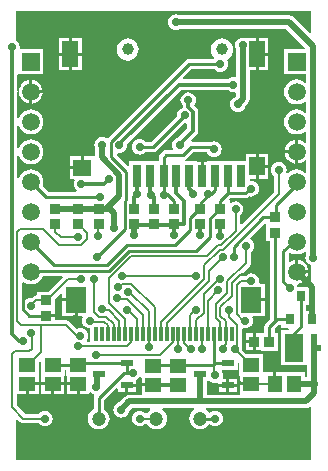
<source format=gtl>
G04*
G04 #@! TF.GenerationSoftware,Altium Limited,Altium Designer,19.1.8 (144)*
G04*
G04 Layer_Physical_Order=1*
G04 Layer_Color=255*
%FSLAX25Y25*%
%MOIN*%
G70*
G01*
G75*
%ADD10C,0.00984*%
%ADD13C,0.01000*%
%ADD36R,0.04134X0.02362*%
%ADD37R,0.05512X0.08661*%
%ADD38R,0.02756X0.07480*%
%ADD39R,0.06299X0.05512*%
%ADD40R,0.05512X0.06299*%
%ADD41R,0.03150X0.03543*%
%ADD42R,0.06299X0.09449*%
%ADD43R,0.02362X0.09449*%
%ADD44R,0.01181X0.05118*%
%ADD45R,0.07087X0.08661*%
%ADD46R,0.05512X0.05118*%
%ADD47R,0.05118X0.05512*%
%ADD48R,0.03740X0.03347*%
%ADD49R,0.03347X0.03740*%
%ADD50C,0.04724*%
%ADD51C,0.01181*%
%ADD52C,0.01968*%
%ADD53C,0.00800*%
%ADD54R,0.01378X0.01968*%
%ADD55C,0.03937*%
%ADD56R,0.05906X0.05906*%
%ADD57C,0.05906*%
%ADD58C,0.02756*%
G36*
X102328Y146276D02*
X101866Y146085D01*
X96509Y151442D01*
X95787Y151925D01*
X94935Y152094D01*
X94935Y152094D01*
X58437D01*
X58405Y152119D01*
X57778Y152379D01*
X57104Y152468D01*
X56432Y152379D01*
X55804Y152119D01*
X55266Y151706D01*
X54853Y151168D01*
X54593Y150540D01*
X54504Y149867D01*
X54593Y149194D01*
X54853Y148567D01*
X55266Y148029D01*
X55804Y147616D01*
X56432Y147356D01*
X57104Y147267D01*
X57778Y147356D01*
X58405Y147616D01*
X58437Y147640D01*
X94012D01*
X100386Y141267D01*
X100178Y140767D01*
X93288D01*
Y132462D01*
X100731D01*
Y129932D01*
X100231Y129708D01*
X99535Y130242D01*
X98525Y130660D01*
X97441Y130803D01*
X96357Y130660D01*
X95347Y130242D01*
X94479Y129576D01*
X93814Y128709D01*
X93395Y127698D01*
X93252Y126614D01*
X93395Y125530D01*
X93814Y124520D01*
X94479Y123652D01*
X95347Y122987D01*
X96357Y122568D01*
X97441Y122426D01*
X98525Y122568D01*
X99535Y122987D01*
X100231Y123520D01*
X100731Y123297D01*
Y119932D01*
X100231Y119708D01*
X99535Y120242D01*
X98525Y120660D01*
X97441Y120803D01*
X96357Y120660D01*
X95347Y120242D01*
X94479Y119576D01*
X93814Y118709D01*
X93395Y117698D01*
X93252Y116614D01*
X93395Y115530D01*
X93814Y114520D01*
X94479Y113652D01*
X95347Y112987D01*
X96357Y112568D01*
X97441Y112426D01*
X98525Y112568D01*
X99535Y112987D01*
X100231Y113520D01*
X100731Y113297D01*
Y109593D01*
X100426Y109490D01*
X100231Y109456D01*
X99434Y110067D01*
X98473Y110465D01*
X97941Y110535D01*
Y106614D01*
Y102693D01*
X98473Y102763D01*
X99434Y103162D01*
X100231Y103772D01*
X100426Y103739D01*
X100731Y103635D01*
Y99932D01*
X100231Y99708D01*
X99535Y100242D01*
X98525Y100660D01*
X97441Y100803D01*
X96357Y100660D01*
X95347Y100242D01*
X94479Y99576D01*
X94371Y99435D01*
X93934Y99687D01*
X94051Y99970D01*
X94140Y100643D01*
X94051Y101316D01*
X93791Y101943D01*
X93378Y102481D01*
X92840Y102894D01*
X92213Y103154D01*
X91540Y103243D01*
X90867Y103154D01*
X90240Y102894D01*
X89701Y102481D01*
X89288Y101943D01*
X89028Y101316D01*
X88939Y100643D01*
X89028Y99970D01*
X89288Y99343D01*
X89701Y98804D01*
X89908Y98645D01*
Y93227D01*
X79186Y82505D01*
X78724Y82697D01*
Y85521D01*
X78931Y85680D01*
X79345Y86218D01*
X79604Y86845D01*
X79693Y87518D01*
X79604Y88191D01*
X79345Y88818D01*
X78931Y89357D01*
X78393Y89770D01*
X77766Y90030D01*
X77093Y90118D01*
X76420Y90030D01*
X75793Y89770D01*
X75621Y89638D01*
X75121Y89885D01*
Y90472D01*
X75121D01*
X75028Y90697D01*
X75337Y91075D01*
X80293D01*
X80956Y91207D01*
X81519Y91582D01*
X81732Y91796D01*
X82283Y91723D01*
X82956Y91812D01*
X83583Y92072D01*
X84122Y92485D01*
X84535Y93023D01*
X84795Y93650D01*
X84884Y94323D01*
X84795Y94996D01*
X84535Y95623D01*
X84122Y96162D01*
X83583Y96575D01*
X82956Y96835D01*
X82283Y96924D01*
X82172Y96909D01*
X81806Y97301D01*
X81924Y97622D01*
X83752D01*
Y101772D01*
Y105921D01*
X80496D01*
Y103562D01*
X67698D01*
Y103362D01*
X66445D01*
Y98622D01*
X65445D01*
Y103362D01*
X64192D01*
Y103562D01*
X60483D01*
X60331Y104062D01*
X60656Y104279D01*
X62919Y106543D01*
X67480D01*
X67630Y106180D01*
X68043Y105642D01*
X68582Y105229D01*
X69209Y104969D01*
X69882Y104880D01*
X70555Y104969D01*
X71182Y105229D01*
X71720Y105642D01*
X72134Y106180D01*
X72393Y106807D01*
X72482Y107480D01*
X72393Y108153D01*
X72134Y108781D01*
X71720Y109319D01*
X71182Y109732D01*
X70555Y109992D01*
X69882Y110081D01*
X69209Y109992D01*
X69173Y109977D01*
X69094Y109993D01*
X62455D01*
X62248Y110493D01*
X64138Y112383D01*
X64138Y112383D01*
X64534Y112975D01*
X64673Y113674D01*
X64673Y113674D01*
Y117652D01*
X64673Y117652D01*
X64673Y117652D01*
Y119946D01*
X64673Y119946D01*
X64534Y120645D01*
X64138Y121237D01*
X64138Y121237D01*
X63280Y122095D01*
X63590Y122499D01*
X63850Y123126D01*
X63939Y123799D01*
X63850Y124472D01*
X63590Y125099D01*
X63177Y125638D01*
X62639Y126051D01*
X62012Y126311D01*
X61339Y126399D01*
X60666Y126311D01*
X60039Y126051D01*
X59500Y125638D01*
X59087Y125099D01*
X58827Y124472D01*
X58738Y123799D01*
X58827Y123126D01*
X59087Y122499D01*
X59500Y121961D01*
X59513Y121951D01*
Y121455D01*
X59513Y121455D01*
X59410Y121311D01*
X59406Y121311D01*
X58779Y121051D01*
X58240Y120638D01*
X57827Y120099D01*
X57567Y119472D01*
X57479Y118799D01*
X57497Y118658D01*
X48833Y109993D01*
X47004D01*
X46917Y110106D01*
X46379Y110520D01*
X45752Y110779D01*
X45079Y110868D01*
X44406Y110779D01*
X43779Y110520D01*
X43240Y110106D01*
X42827Y109568D01*
X42567Y108941D01*
X42479Y108268D01*
X42567Y107595D01*
X42827Y106968D01*
X43240Y106429D01*
X43779Y106016D01*
X44406Y105756D01*
X45079Y105668D01*
X45752Y105756D01*
X46379Y106016D01*
X46917Y106429D01*
X47004Y106543D01*
X49547D01*
X50207Y106674D01*
X50767Y107048D01*
X59937Y116218D01*
X60079Y116199D01*
X60522Y116257D01*
X61022Y115910D01*
Y114430D01*
X57954Y111363D01*
X57751Y111336D01*
X57124Y111076D01*
X56585Y110663D01*
X56172Y110124D01*
X55912Y109497D01*
X55823Y108824D01*
X55912Y108151D01*
X56089Y107724D01*
X55818Y107225D01*
X53924D01*
X53264Y107093D01*
X52704Y106719D01*
X51930Y105944D01*
X51556Y105385D01*
X51424Y104724D01*
Y103562D01*
X41713D01*
Y101984D01*
X41252Y101793D01*
X37556Y105488D01*
X37587Y105954D01*
X38001Y106275D01*
X38386Y106224D01*
X39059Y106313D01*
X39686Y106572D01*
X40224Y106986D01*
X40638Y107524D01*
X40897Y108151D01*
X40986Y108824D01*
X40934Y109218D01*
X58906Y127190D01*
X74529D01*
X74539Y127177D01*
X75078Y126764D01*
X75705Y126504D01*
X76378Y126416D01*
X76813Y126473D01*
X77313Y126122D01*
Y125265D01*
X76881Y124833D01*
X76558Y124699D01*
X76020Y124285D01*
X75606Y123747D01*
X75346Y123120D01*
X75258Y122447D01*
X75346Y121774D01*
X75606Y121147D01*
X76020Y120608D01*
X76558Y120195D01*
X77185Y119935D01*
X77858Y119847D01*
X78531Y119935D01*
X79158Y120195D01*
X79697Y120608D01*
X80110Y121147D01*
X80370Y121774D01*
X80407Y122060D01*
X81115Y122767D01*
X81115Y122767D01*
X81598Y123490D01*
X81767Y124342D01*
X81767Y124342D01*
Y133843D01*
X83752D01*
Y139173D01*
Y144504D01*
X80522D01*
X80200Y144637D01*
X79527Y144726D01*
X78854Y144637D01*
X78227Y144377D01*
X77689Y143964D01*
X77276Y143426D01*
X77016Y142799D01*
X76927Y142126D01*
X77016Y141453D01*
X77276Y140825D01*
X77313Y140777D01*
Y131909D01*
X76813Y131559D01*
X76378Y131616D01*
X75705Y131527D01*
X75078Y131268D01*
X74539Y130854D01*
X74529Y130841D01*
X59720D01*
X59529Y131303D01*
X62327Y134101D01*
X70121D01*
X70208Y133988D01*
X70747Y133575D01*
X71374Y133315D01*
X72047Y133227D01*
X72720Y133315D01*
X73347Y133575D01*
X73885Y133988D01*
X74299Y134527D01*
X74558Y135154D01*
X74647Y135827D01*
X74558Y136500D01*
X74299Y137127D01*
X74535Y137640D01*
X75175Y138132D01*
X75763Y138898D01*
X76133Y139790D01*
X76259Y140748D01*
X76133Y141706D01*
X75763Y142598D01*
X75175Y143364D01*
X74409Y143953D01*
X73517Y144322D01*
X72559Y144448D01*
X71601Y144322D01*
X70709Y143953D01*
X69943Y143364D01*
X69355Y142598D01*
X68985Y141706D01*
X68859Y140748D01*
X68985Y139790D01*
X69355Y138898D01*
X69943Y138132D01*
X70007Y138083D01*
X70026Y137993D01*
X69877Y137552D01*
X61612D01*
X60952Y137421D01*
X60392Y137047D01*
X34496Y111150D01*
X34038Y111074D01*
X33931Y111156D01*
X33304Y111416D01*
X32631Y111505D01*
X31958Y111416D01*
X31331Y111156D01*
X30792Y110743D01*
X30379Y110205D01*
X30119Y109577D01*
X30031Y108904D01*
X30119Y108231D01*
X30379Y107604D01*
X30404Y107572D01*
Y105522D01*
X30134Y105134D01*
X26484D01*
Y101378D01*
X25984D01*
Y100878D01*
X21835D01*
Y97622D01*
X23283D01*
X23504Y97174D01*
X23437Y97087D01*
X23177Y96460D01*
X23089Y95787D01*
X23177Y95114D01*
X23437Y94487D01*
X23850Y93948D01*
X24076Y93775D01*
X23906Y93275D01*
X14637D01*
X12751Y95161D01*
X12904Y95530D01*
X13047Y96614D01*
X12904Y97698D01*
X12486Y98708D01*
X11820Y99576D01*
X10953Y100242D01*
X9942Y100660D01*
X8858Y100803D01*
X7774Y100660D01*
X6764Y100242D01*
X5896Y99576D01*
X5231Y98708D01*
X4885Y97873D01*
X4385Y97972D01*
Y105256D01*
X4885Y105356D01*
X5231Y104520D01*
X5896Y103652D01*
X6764Y102987D01*
X7774Y102568D01*
X8858Y102426D01*
X9942Y102568D01*
X10953Y102987D01*
X11820Y103652D01*
X12486Y104520D01*
X12904Y105530D01*
X13047Y106614D01*
X12904Y107698D01*
X12486Y108709D01*
X11820Y109576D01*
X10953Y110242D01*
X9942Y110660D01*
X8858Y110803D01*
X7774Y110660D01*
X6764Y110242D01*
X5896Y109576D01*
X5231Y108709D01*
X4885Y107873D01*
X4385Y107972D01*
Y115256D01*
X4885Y115356D01*
X5231Y114520D01*
X5896Y113652D01*
X6764Y112987D01*
X7774Y112568D01*
X8858Y112426D01*
X9942Y112568D01*
X10953Y112987D01*
X11820Y113652D01*
X12486Y114520D01*
X12904Y115530D01*
X13047Y116614D01*
X12904Y117698D01*
X12486Y118709D01*
X11820Y119576D01*
X10953Y120242D01*
X9942Y120660D01*
X8858Y120803D01*
X7774Y120660D01*
X6764Y120242D01*
X5896Y119576D01*
X5231Y118709D01*
X4885Y117873D01*
X4385Y117972D01*
Y126480D01*
X4885Y126513D01*
X4921Y126240D01*
X5007Y125582D01*
X5406Y124621D01*
X6039Y123795D01*
X6865Y123161D01*
X7826Y122763D01*
X8358Y122693D01*
Y126614D01*
X8858D01*
D01*
X8358D01*
Y130535D01*
X7826Y130465D01*
X6865Y130067D01*
X6039Y129433D01*
X5406Y128608D01*
X5007Y127646D01*
X4921Y126989D01*
X4885Y126715D01*
X4385Y126748D01*
Y132094D01*
X4705Y132462D01*
X13011D01*
Y140767D01*
X5451D01*
X5101Y141267D01*
X5159Y141706D01*
X5071Y142379D01*
X4811Y143006D01*
X4398Y143544D01*
X3971Y143872D01*
Y153509D01*
X102328Y153509D01*
Y146276D01*
D02*
G37*
G36*
X100731Y73297D02*
Y72694D01*
X100706Y72662D01*
X100446Y72035D01*
X100358Y71362D01*
X100446Y70689D01*
X100706Y70062D01*
X101119Y69523D01*
X101658Y69110D01*
X102285Y68850D01*
X102328Y68844D01*
Y53559D01*
X100552D01*
Y55690D01*
X101594D01*
Y61633D01*
X97617D01*
X97590Y61837D01*
X97464Y62143D01*
X97777Y62672D01*
X98473Y62763D01*
X99434Y63161D01*
X100260Y63795D01*
X100894Y64621D01*
X101292Y65582D01*
X101362Y66114D01*
X97441D01*
Y66614D01*
X96941D01*
Y70535D01*
X96409Y70465D01*
X95448Y70067D01*
X95226Y69897D01*
X94777Y70118D01*
Y72826D01*
X95147Y73140D01*
X95347Y72987D01*
X96357Y72568D01*
X97441Y72426D01*
X98525Y72568D01*
X99535Y72987D01*
X100231Y73520D01*
X100731Y73297D01*
D02*
G37*
G36*
X19415Y64758D02*
X16975Y62318D01*
X16958Y62292D01*
X14685Y60019D01*
X10852D01*
Y58778D01*
X10697D01*
X10073Y58653D01*
X9543Y58300D01*
X9117Y57874D01*
X8858Y57908D01*
X8185Y57819D01*
X7558Y57560D01*
X7020Y57146D01*
X6606Y56608D01*
X6500Y56352D01*
X6000Y56451D01*
Y63007D01*
X6449Y63228D01*
X6764Y62987D01*
X7774Y62568D01*
X8858Y62426D01*
X9942Y62568D01*
X10953Y62987D01*
X11820Y63652D01*
X12486Y64520D01*
X12775Y65219D01*
X19223D01*
X19415Y64758D01*
D02*
G37*
G36*
X87169Y82483D02*
Y76819D01*
X88506D01*
Y50938D01*
X87160Y49592D01*
X86784Y49029D01*
X86652Y48366D01*
Y46377D01*
X85513D01*
Y46177D01*
X83768D01*
Y43307D01*
Y40437D01*
X85513D01*
Y40237D01*
X91259D01*
Y46377D01*
X90119D01*
Y47648D01*
X91243Y48772D01*
X91807Y49054D01*
X92304D01*
Y47816D01*
X94605D01*
X94855Y47316D01*
X94815Y47263D01*
X92245D01*
Y35414D01*
X100887D01*
Y31465D01*
X100275D01*
Y33287D01*
X92757D01*
Y33087D01*
X90717D01*
Y29331D01*
X89717D01*
Y33087D01*
X86658D01*
X86239Y33284D01*
Y39389D01*
X80635D01*
X79343Y40681D01*
X79377Y40940D01*
X79288Y41613D01*
X79209Y41804D01*
Y47573D01*
X79326Y47651D01*
X79709Y47836D01*
X80293Y47759D01*
X80966Y47848D01*
X81593Y48107D01*
X82131Y48520D01*
X82545Y49059D01*
X82804Y49686D01*
X82893Y50359D01*
X82804Y51032D01*
X82630Y51453D01*
X82904Y51953D01*
X86827D01*
Y56783D01*
X82283D01*
Y57783D01*
X86827D01*
Y62614D01*
X85306D01*
X84949Y63114D01*
X85005Y63535D01*
X84916Y64209D01*
X84657Y64836D01*
X84243Y65374D01*
X83705Y65787D01*
X83078Y66047D01*
X82405Y66136D01*
X81732Y66047D01*
X81105Y65787D01*
X80566Y65374D01*
X80407Y65167D01*
X79084D01*
X78907Y65456D01*
X78868Y65657D01*
X81768Y68557D01*
X82121Y69086D01*
X82245Y69711D01*
Y73301D01*
X82453Y73460D01*
X82866Y73999D01*
X83126Y74626D01*
X83214Y75299D01*
X83126Y75972D01*
X82866Y76599D01*
X82453Y77138D01*
X82097Y77411D01*
X81988Y78009D01*
X86669Y82690D01*
X87169Y82483D01*
D02*
G37*
G36*
X19374Y59387D02*
Y57882D01*
X23917D01*
Y57382D01*
X24417D01*
Y52051D01*
X25944D01*
X26161Y51551D01*
X25946Y51032D01*
X25857Y50359D01*
X25946Y49686D01*
X26206Y49059D01*
X26619Y48520D01*
X27158Y48107D01*
X27785Y47848D01*
X28458Y47759D01*
X28721Y47528D01*
Y43392D01*
X27728D01*
X27481Y43892D01*
X27577Y44017D01*
X27837Y44644D01*
X27925Y45317D01*
X27837Y45990D01*
X27577Y46617D01*
X27164Y47155D01*
X26625Y47569D01*
X25998Y47828D01*
X25325Y47917D01*
X24652Y47828D01*
X24164Y47626D01*
X21835Y49955D01*
X21305Y50309D01*
X20681Y50433D01*
X16793D01*
Y51528D01*
X13922D01*
Y52528D01*
X16793D01*
Y54273D01*
X16993D01*
Y57712D01*
X18874Y59594D01*
X19374Y59387D01*
D02*
G37*
G36*
X78328Y36614D02*
Y31871D01*
X78528D01*
Y29831D01*
X82284D01*
Y28831D01*
X78528D01*
Y25772D01*
X78077Y25652D01*
X67443D01*
Y30099D01*
X68483D01*
X68483Y30099D01*
Y30099D01*
X68891Y29881D01*
X68976Y29816D01*
X69603Y29556D01*
X70276Y29468D01*
X70949Y29556D01*
X71065Y29604D01*
X71480Y29326D01*
Y29240D01*
X74047D01*
Y30921D01*
X73041D01*
X72795Y31291D01*
X72791Y31421D01*
X72876Y32068D01*
X72787Y32741D01*
X72527Y33368D01*
X72510Y33391D01*
X72731Y33839D01*
X77814D01*
Y36356D01*
X78314Y36623D01*
X78328Y36614D01*
D02*
G37*
G36*
X12186Y36437D02*
Y31871D01*
X12386D01*
Y29831D01*
X16142D01*
Y29331D01*
D01*
Y29831D01*
X19898D01*
Y31871D01*
X20098D01*
Y33897D01*
X20651D01*
Y31871D01*
X20851D01*
Y29831D01*
X24606D01*
Y29331D01*
X25106D01*
Y25772D01*
X28362D01*
Y26259D01*
X28713Y26420D01*
X28862Y26447D01*
X29367Y26060D01*
X29781Y25889D01*
X29988Y25400D01*
X29987Y25297D01*
X29895Y25159D01*
X29763Y24496D01*
Y20854D01*
X29700Y20828D01*
X28956Y20257D01*
X28385Y19513D01*
X28026Y18646D01*
X27903Y17716D01*
X28026Y16786D01*
X28385Y15920D01*
X28956Y15176D01*
X29700Y14605D01*
X30566Y14246D01*
X31496Y14123D01*
X32426Y14246D01*
X33292Y14605D01*
X34037Y15176D01*
X34608Y15920D01*
X34967Y16786D01*
X35089Y17716D01*
X34967Y18646D01*
X34608Y19513D01*
X34037Y20257D01*
X33292Y20828D01*
X33229Y20854D01*
Y23778D01*
X37298Y27847D01*
X37760Y27655D01*
Y26559D01*
X40327D01*
Y28740D01*
X40827D01*
Y29240D01*
X43894D01*
Y30634D01*
X44169Y30748D01*
X44708Y31161D01*
X45091Y31662D01*
X45146Y31663D01*
X45591Y31458D01*
X45791Y31041D01*
Y29418D01*
X49547D01*
Y28418D01*
X45791D01*
Y25652D01*
X41727D01*
X40875Y25483D01*
X40152Y25000D01*
X40152Y25000D01*
X38289Y23137D01*
X38249Y23132D01*
X37622Y22872D01*
X37083Y22458D01*
X36670Y21920D01*
X36410Y21293D01*
X36322Y20620D01*
X36410Y19947D01*
X36670Y19320D01*
X37083Y18781D01*
X37622Y18368D01*
X38249Y18108D01*
X38922Y18020D01*
X39595Y18108D01*
X40222Y18368D01*
X40760Y18781D01*
X41174Y19320D01*
X41433Y19947D01*
X41439Y19987D01*
X42650Y21198D01*
X48534D01*
X48704Y20698D01*
X48129Y20257D01*
X47558Y19513D01*
X47529Y19443D01*
X47028Y19411D01*
X46917Y19555D01*
X46379Y19968D01*
X45752Y20228D01*
X45079Y20317D01*
X44406Y20228D01*
X43779Y19968D01*
X43240Y19555D01*
X42827Y19017D01*
X42567Y18390D01*
X42479Y17717D01*
X42567Y17044D01*
X42827Y16416D01*
X43240Y15878D01*
X43779Y15465D01*
X44406Y15205D01*
X45079Y15116D01*
X45752Y15205D01*
X46379Y15465D01*
X46917Y15878D01*
X47028Y16021D01*
X47529Y15990D01*
X47558Y15920D01*
X48129Y15176D01*
X48873Y14605D01*
X49740Y14246D01*
X50669Y14123D01*
X51599Y14246D01*
X52466Y14605D01*
X53210Y15176D01*
X53781Y15920D01*
X54140Y16786D01*
X54262Y17716D01*
X54140Y18646D01*
X53781Y19513D01*
X53210Y20257D01*
X52635Y20698D01*
X52805Y21198D01*
X63081D01*
X63251Y20698D01*
X62676Y20257D01*
X62105Y19513D01*
X61746Y18646D01*
X61624Y17716D01*
X61746Y16786D01*
X62105Y15920D01*
X62676Y15176D01*
X63420Y14605D01*
X64287Y14246D01*
X65216Y14123D01*
X66146Y14246D01*
X67013Y14605D01*
X67757Y15176D01*
X68056Y15565D01*
X68417Y15861D01*
X68721Y15660D01*
X68976Y15465D01*
X69603Y15205D01*
X70276Y15116D01*
X70949Y15205D01*
X71576Y15465D01*
X72114Y15878D01*
X72527Y16416D01*
X72787Y17044D01*
X72876Y17717D01*
X72787Y18390D01*
X72527Y19017D01*
X72114Y19555D01*
X71576Y19968D01*
X70949Y20228D01*
X70276Y20317D01*
X69603Y20228D01*
X68976Y19968D01*
X68721Y19773D01*
X68417Y19572D01*
X68055Y19868D01*
X67757Y20257D01*
X67182Y20698D01*
X67352Y21198D01*
X100466D01*
X100466Y21198D01*
X101319Y21368D01*
X101828Y21708D01*
X102328Y21449D01*
Y3971D01*
X3971Y3971D01*
Y17183D01*
X4433Y17375D01*
X5244Y16563D01*
X5774Y16209D01*
X6398Y16085D01*
X6398Y16085D01*
X11546D01*
X11705Y15878D01*
X12243Y15465D01*
X12870Y15205D01*
X13543Y15116D01*
X14216Y15205D01*
X14843Y15465D01*
X15382Y15878D01*
X15795Y16416D01*
X16055Y17044D01*
X16144Y17717D01*
X16055Y18390D01*
X15795Y19017D01*
X15382Y19555D01*
X14843Y19968D01*
X14216Y20228D01*
X13543Y20317D01*
X12870Y20228D01*
X12243Y19968D01*
X11705Y19555D01*
X11546Y19348D01*
X7074D01*
X4190Y22231D01*
Y25772D01*
X7177D01*
Y29331D01*
X7677D01*
Y29831D01*
X11433D01*
Y31871D01*
X11633D01*
Y36669D01*
X11686Y36704D01*
X12186Y36437D01*
D02*
G37*
%LPC*%
G36*
X88008Y144504D02*
X84752D01*
Y139673D01*
X88008D01*
Y144504D01*
D02*
G37*
G36*
X25803D02*
X22547D01*
Y139673D01*
X25803D01*
Y144504D01*
D02*
G37*
G36*
X21547D02*
X18291D01*
Y139673D01*
X21547D01*
Y144504D01*
D02*
G37*
G36*
X41142Y144448D02*
X40184Y144322D01*
X39292Y143953D01*
X38525Y143364D01*
X37937Y142598D01*
X37568Y141706D01*
X37442Y140748D01*
X37568Y139790D01*
X37937Y138898D01*
X38525Y138132D01*
X39292Y137544D01*
X40184Y137174D01*
X41142Y137048D01*
X42099Y137174D01*
X42992Y137544D01*
X43758Y138132D01*
X44346Y138898D01*
X44716Y139790D01*
X44842Y140748D01*
X44716Y141706D01*
X44346Y142598D01*
X43758Y143364D01*
X42992Y143953D01*
X42099Y144322D01*
X41142Y144448D01*
D02*
G37*
G36*
X88008Y138673D02*
X84752D01*
Y133843D01*
X88008D01*
Y138673D01*
D02*
G37*
G36*
X25803D02*
X22547D01*
Y133843D01*
X25803D01*
Y138673D01*
D02*
G37*
G36*
X21547D02*
X18291D01*
Y133843D01*
X21547D01*
Y138673D01*
D02*
G37*
G36*
X9358Y130535D02*
Y127114D01*
X12779D01*
X12709Y127646D01*
X12311Y128608D01*
X11677Y129433D01*
X10852Y130067D01*
X9890Y130465D01*
X9358Y130535D01*
D02*
G37*
G36*
X12779Y126114D02*
X9358D01*
Y122693D01*
X9890Y122763D01*
X10852Y123161D01*
X11677Y123795D01*
X12311Y124621D01*
X12709Y125582D01*
X12779Y126114D01*
D02*
G37*
G36*
X96941Y110535D02*
X96409Y110465D01*
X95448Y110067D01*
X94622Y109433D01*
X93988Y108608D01*
X93590Y107646D01*
X93520Y107114D01*
X96941D01*
Y110535D01*
D02*
G37*
G36*
Y106114D02*
X93520D01*
X93590Y105582D01*
X93988Y104621D01*
X94622Y103795D01*
X95448Y103162D01*
X96409Y102763D01*
X96941Y102693D01*
Y106114D01*
D02*
G37*
G36*
X88008Y105921D02*
X84752D01*
Y102272D01*
X88008D01*
Y105921D01*
D02*
G37*
G36*
X25484Y105134D02*
X21835D01*
Y101878D01*
X25484D01*
Y105134D01*
D02*
G37*
G36*
X88008Y101272D02*
X84752D01*
Y97622D01*
X88008D01*
Y101272D01*
D02*
G37*
G36*
X97941Y70535D02*
Y67114D01*
X101362D01*
X101292Y67646D01*
X100894Y68608D01*
X100260Y69433D01*
X99434Y70067D01*
X98473Y70465D01*
X97941Y70535D01*
D02*
G37*
G36*
X82768Y46177D02*
X80595D01*
Y43807D01*
X82768D01*
Y46177D01*
D02*
G37*
G36*
Y42807D02*
X80595D01*
Y40437D01*
X82768D01*
Y42807D01*
D02*
G37*
G36*
X23417Y56882D02*
X19374D01*
Y52051D01*
X23417D01*
Y56882D01*
D02*
G37*
G36*
X77614Y30921D02*
X75047D01*
Y29240D01*
X77614D01*
Y30921D01*
D02*
G37*
G36*
Y28240D02*
X75047D01*
Y26559D01*
X77614D01*
Y28240D01*
D02*
G37*
G36*
X74047D02*
X71480D01*
Y26559D01*
X74047D01*
Y28240D01*
D02*
G37*
G36*
X43894Y28240D02*
X41327D01*
Y26559D01*
X43894D01*
Y28240D01*
D02*
G37*
G36*
X19898Y28831D02*
X16642D01*
Y25772D01*
X19898D01*
Y28831D01*
D02*
G37*
G36*
X15642D02*
X12386D01*
Y25772D01*
X15642D01*
Y28831D01*
D02*
G37*
G36*
X11433D02*
X8177D01*
Y25772D01*
X11433D01*
Y28831D01*
D02*
G37*
G36*
X24106Y28831D02*
X20851D01*
Y25772D01*
X24106D01*
Y28831D01*
D02*
G37*
%LPD*%
D10*
X56693Y87598D02*
Y90141D01*
Y86714D02*
Y87598D01*
X54133Y92701D02*
X56693Y90141D01*
X53150Y92594D02*
Y98622D01*
Y92262D02*
Y92594D01*
X53256Y92701D01*
X54133D01*
X59436Y105499D02*
X62205Y108268D01*
X53924Y105499D02*
X59436D01*
X40145Y80832D02*
Y90213D01*
X30809Y71496D02*
X40145Y80832D01*
X40637Y90705D02*
Y99968D01*
X40145Y90213D02*
X40637Y90705D01*
X61612Y135827D02*
X72047D01*
X35716Y109930D02*
X61612Y135827D01*
X35716Y104889D02*
Y109930D01*
Y104889D02*
X40637Y99968D01*
X13922Y91550D02*
X31875D01*
X13543Y91929D02*
X13922Y91550D01*
X49547Y108268D02*
X60079Y118799D01*
X45079Y108268D02*
X49547D01*
X69094D02*
X69882Y107480D01*
X62205Y108268D02*
X69094D01*
X53150Y104724D02*
X53924Y105499D01*
X53150Y98622D02*
Y104724D01*
X8858Y96614D02*
X13543Y91929D01*
D13*
X69882Y35630D02*
Y45965D01*
X48622Y35630D02*
X69882D01*
X42429Y32991D02*
X42869Y32551D01*
X24757Y36123D02*
X40827D01*
Y32991D02*
Y36123D01*
X96595Y46163D02*
X98819Y48388D01*
X96595Y41339D02*
Y46163D01*
X98819Y48388D02*
Y58661D01*
X93044Y63199D02*
X95079Y61164D01*
X90240Y50257D02*
Y79692D01*
X90436Y84810D02*
Y89044D01*
X97441Y96049D01*
X90217Y50234D02*
X90240Y50257D01*
X86338Y84810D02*
X90240D01*
X76566Y75038D02*
X86338Y84810D01*
X90240D02*
X90436D01*
X97441Y96049D02*
Y96614D01*
X76566Y71496D02*
Y75038D01*
X64083Y86425D02*
X65256Y87598D01*
X63819Y86425D02*
X64083D01*
X40874Y75522D02*
X56962D01*
X34170Y68818D02*
X40874Y75522D01*
X16654Y68818D02*
X34170D01*
X70878Y86425D02*
X72051Y87598D01*
X70614Y86425D02*
X70878D01*
X68426Y84237D02*
X70614Y86425D01*
X68426Y78163D02*
Y84237D01*
X41620Y73722D02*
X63986D01*
X34850Y66953D02*
X41620Y73722D01*
X9197Y66953D02*
X34850D01*
X91398Y50787D02*
X95079D01*
X63986Y73722D02*
X68426Y78163D01*
X72051Y90254D02*
X74605Y92808D01*
X72051Y88171D02*
Y90254D01*
X65453Y87598D02*
Y89720D01*
X67836Y92103D01*
X8350Y52028D02*
X13922D01*
X6180Y54198D02*
X8350Y52028D01*
X16142Y35630D02*
X24606D01*
X61930Y80490D02*
Y84536D01*
X56962Y75522D02*
X61930Y80490D01*
X81808Y94323D02*
X82283D01*
X80293Y92808D02*
X81808Y94323D01*
X61930Y84536D02*
X63819Y86425D01*
X7928Y60689D02*
Y61164D01*
X6180Y58941D02*
X7928Y60689D01*
X6180Y54198D02*
Y58941D01*
X67836Y92103D02*
Y92578D01*
X8858Y76614D02*
X16654Y68818D01*
X69940Y36220D02*
X72311D01*
X74508D01*
X40827Y32991D02*
X42429D01*
X39991D02*
X40827D01*
X31496Y24496D02*
X39991Y32991D01*
X42869Y32551D02*
Y33000D01*
X93044Y63199D02*
Y73544D01*
X96114Y76614D01*
X97441D01*
X90217Y50197D02*
Y50234D01*
X90366Y50272D02*
X91398Y50787D01*
X68868Y92578D02*
X70276Y93985D01*
X67836Y92578D02*
X68868D01*
X70276Y93985D02*
Y98622D01*
X8858Y66614D02*
X9197Y66953D01*
X74605Y92808D02*
X80293D01*
X70275Y17716D02*
X70276Y17717D01*
X65217Y17716D02*
X70275D01*
X65216Y17716D02*
X65217Y17716D01*
X31496Y17716D02*
Y24496D01*
X88386Y48366D02*
X90217Y50197D01*
X88386Y43307D02*
Y48366D01*
X74605Y92808D02*
X74606Y92810D01*
Y98622D01*
D36*
X40827Y28740D02*
D03*
Y36220D02*
D03*
X31496Y32480D02*
D03*
X74547Y28740D02*
D03*
Y36220D02*
D03*
X65216Y32480D02*
D03*
D37*
X84252Y139173D02*
D03*
X22047D02*
D03*
D38*
X44291Y98622D02*
D03*
X48622D02*
D03*
X53150D02*
D03*
X57284D02*
D03*
X61614D02*
D03*
X65945D02*
D03*
X70276D02*
D03*
X74606D02*
D03*
X78937D02*
D03*
D39*
X25984Y101378D02*
D03*
D40*
X84252Y101772D02*
D03*
D41*
X98819Y58661D02*
D03*
X102559Y50787D02*
D03*
X95079D02*
D03*
D42*
X96595Y41339D02*
D03*
D43*
X103091D02*
D03*
D44*
X75787Y45965D02*
D03*
X73819D02*
D03*
X71850D02*
D03*
X67913D02*
D03*
X63976D02*
D03*
X52165D02*
D03*
X56102D02*
D03*
X60039D02*
D03*
X40354D02*
D03*
X44291D02*
D03*
X48228D02*
D03*
X32480D02*
D03*
X36417D02*
D03*
X34449D02*
D03*
X30512D02*
D03*
X46260D02*
D03*
X42323D02*
D03*
X38386D02*
D03*
X58071D02*
D03*
X54134D02*
D03*
X50197D02*
D03*
X62008D02*
D03*
X65945D02*
D03*
X69882D02*
D03*
D45*
X82284Y57284D02*
D03*
X23917Y57382D02*
D03*
D46*
X16142Y29331D02*
D03*
Y35630D02*
D03*
X82284Y35630D02*
D03*
Y29331D02*
D03*
X7677Y35630D02*
D03*
Y29331D02*
D03*
X57972Y28918D02*
D03*
Y35217D02*
D03*
X49547Y28918D02*
D03*
Y35217D02*
D03*
X24606Y29331D02*
D03*
Y35630D02*
D03*
D47*
X90217Y29331D02*
D03*
X96516D02*
D03*
D48*
X17058Y82480D02*
D03*
Y87599D02*
D03*
X31496Y82480D02*
D03*
Y87598D02*
D03*
X24606Y82480D02*
D03*
Y87598D02*
D03*
X90240Y84810D02*
D03*
Y79692D02*
D03*
X13922Y57146D02*
D03*
Y52028D02*
D03*
X56693Y82480D02*
D03*
Y87598D02*
D03*
X65256Y82480D02*
D03*
Y87598D02*
D03*
X72051Y82480D02*
D03*
Y87598D02*
D03*
X43307Y82480D02*
D03*
Y87598D02*
D03*
X49902Y82480D02*
D03*
Y87598D02*
D03*
D49*
X83268Y43307D02*
D03*
X88386D02*
D03*
D50*
X50669Y17716D02*
D03*
X65216Y17716D02*
D03*
X31496Y17716D02*
D03*
D51*
X64885Y82601D02*
X65354Y83071D01*
X64885Y82601D02*
X65216Y82270D01*
X43493Y82295D02*
X56508D01*
X49547Y28918D02*
X57972D01*
X72051Y78971D02*
Y82480D01*
X71755Y78676D02*
X72051Y78971D01*
X65216Y78740D02*
Y82270D01*
X2559Y136871D02*
Y141706D01*
X49902Y87598D02*
Y91528D01*
Y87303D02*
Y87598D01*
X48622Y92808D02*
X49902Y91528D01*
X43307Y82480D02*
X43493Y82295D01*
X58150Y129016D02*
X76378D01*
X38384Y109250D02*
X58150Y129016D01*
X25689Y95787D02*
Y96036D01*
Y95787D02*
X33188D01*
X35039Y97638D01*
X2559Y45787D02*
Y136871D01*
X56508Y82295D02*
X56693Y82480D01*
X4938Y43408D02*
X6398D01*
X2559Y45787D02*
X4938Y43408D01*
X43307Y91526D02*
X44291Y92510D01*
X43307Y87598D02*
Y91526D01*
X44291Y92510D02*
Y98622D01*
X48622Y92808D02*
Y98622D01*
X61614Y94323D02*
X62847Y93090D01*
Y92510D02*
Y93090D01*
X56508Y78855D02*
Y82295D01*
X60039Y82480D02*
Y90252D01*
X56693Y82480D02*
X60039D01*
X57284Y93008D02*
X60039Y90252D01*
X57284Y93008D02*
Y98622D01*
X2559Y136871D02*
X2559Y136871D01*
X62847Y113674D02*
Y117652D01*
X62847Y117652D01*
Y119946D01*
X61339Y121455D02*
X62847Y119946D01*
X61339Y121455D02*
Y123799D01*
X58424Y109250D02*
X62847Y113674D01*
X58424Y108824D02*
Y109250D01*
X38287Y109153D02*
X38384Y109250D01*
X37888Y109356D02*
X38287Y109153D01*
X61614Y94323D02*
Y98622D01*
D52*
X65216Y23425D02*
X100466D01*
X41727D02*
X65216D01*
Y32480D01*
X38922Y20620D02*
X41727Y23425D01*
X30667Y28312D02*
X30818Y28462D01*
Y32284D01*
X31015Y32480D01*
X31496D01*
X100466Y23425D02*
X103114Y26072D01*
Y29238D01*
Y36559D01*
X96609Y29238D02*
X103114D01*
X96516Y29331D02*
X96609Y29238D01*
X97441Y66614D02*
X102559Y61496D01*
Y50787D02*
Y61496D01*
X102958Y71362D02*
Y141844D01*
X94935Y149867D02*
X102958Y141844D01*
X35179Y87598D02*
X36417Y86360D01*
X33904Y87598D02*
X35179D01*
X31496D02*
X33904D01*
X36417Y81300D02*
Y86360D01*
X38361Y92055D02*
Y99025D01*
X33904Y87598D02*
X38361Y92055D01*
X79540Y124342D02*
Y141326D01*
X77858Y122660D02*
X79540Y124342D01*
X77858Y122447D02*
Y122660D01*
X57104Y149867D02*
X94935D01*
X43307Y78970D02*
Y82480D01*
X43077Y78740D02*
X43307Y78970D01*
X36417Y81300D02*
X36568Y81149D01*
X17058Y87599D02*
X24606Y87598D01*
X32631Y104754D02*
Y108904D01*
Y104754D02*
X38361Y99025D01*
X24606Y87598D02*
X31496D01*
X79527Y141339D02*
X79540Y141326D01*
X79527Y141339D02*
Y142126D01*
D53*
X36417Y45965D02*
Y49137D01*
X33998Y51556D02*
X36417Y49137D01*
X68028Y46079D02*
Y57054D01*
X67913Y45965D02*
X68028Y46079D01*
Y57054D02*
X71392Y60417D01*
X63976Y45965D02*
Y50506D01*
X54134Y49606D02*
X68171Y63643D01*
X54134Y45965D02*
Y49606D01*
X18999Y78100D02*
X24482D01*
X17058Y80041D02*
X18999Y78100D01*
X17058Y80041D02*
Y82480D01*
X31391Y78452D02*
Y82376D01*
X31496Y82480D01*
X91540Y92552D02*
Y100643D01*
X73014Y74027D02*
X91540Y92552D01*
X80614Y69711D02*
Y75299D01*
X74340Y63437D02*
X80614Y69711D01*
X74340Y59720D02*
Y63437D01*
X70451Y55831D02*
X74340Y59720D01*
X70451Y51313D02*
Y55831D01*
Y51313D02*
X71850Y49913D01*
Y45965D02*
Y49913D01*
X77093Y80368D02*
Y87518D01*
X72352Y75627D02*
X77093Y80368D01*
X71145Y75627D02*
X72352D01*
X67541Y72022D02*
X71145Y75627D01*
X42324Y72022D02*
X67541D01*
X71808Y74027D02*
X73014D01*
X41078Y53984D02*
X44291Y50771D01*
X41038Y53984D02*
X41078D01*
X68171Y63643D02*
Y66744D01*
X72311Y36220D02*
Y36220D01*
X24166Y45317D02*
X25325D01*
X30690Y38878D02*
X30788Y38976D01*
X57827Y40940D02*
X58071Y41184D01*
X24606Y41761D02*
X40997D01*
X30788Y38976D02*
X51992D01*
X56102Y43086D02*
Y45965D01*
X51992Y38976D02*
X56102Y43086D01*
X62008Y40940D02*
X62205D01*
X65945Y41026D02*
Y45964D01*
X20681Y48802D02*
X24166Y45317D01*
X40997Y41761D02*
X42323Y43086D01*
X12205Y48802D02*
X20681D01*
X42323Y43086D02*
Y45965D01*
X68171Y66744D02*
X72876Y71449D01*
X66571Y64305D02*
Y68789D01*
X52165Y49900D02*
X66571Y64305D01*
X52165Y45965D02*
Y49900D01*
X62008Y45965D02*
Y52183D01*
X66428Y52958D02*
Y59100D01*
X63976Y50506D02*
X66428Y52958D01*
X62008Y52183D02*
X63850Y54026D01*
X66571Y68789D02*
X71808Y74027D01*
X66428Y59100D02*
X71603Y64275D01*
X34941Y64639D02*
X42324Y72022D01*
X34941Y56273D02*
Y64639D01*
Y56273D02*
X40354Y50859D01*
X37519Y57839D02*
X37893Y57465D01*
X41040D01*
X46260Y52245D01*
Y45965D02*
Y52245D01*
X79637Y50359D02*
X80293D01*
X77540Y52456D02*
X79637Y50359D01*
X77578Y41742D02*
Y49021D01*
X76776Y40940D02*
X77578Y41742D01*
X69940Y32404D02*
Y36220D01*
X74905Y51693D02*
Y53940D01*
Y51693D02*
X77578Y49021D01*
X58071Y41184D02*
Y45965D01*
X60039Y42909D02*
X62008Y40940D01*
X47760Y42176D02*
X48228Y42645D01*
Y45965D01*
X4369Y50115D02*
X5683Y48802D01*
X4369Y50115D02*
Y79842D01*
X5683Y48802D02*
X12205D01*
Y39961D02*
Y48802D01*
X10697Y57146D02*
X13922D01*
X8858Y55308D02*
X10697Y57146D01*
X4369Y79842D02*
X5294Y80767D01*
X78953Y65787D02*
X79610D01*
X75940Y62774D02*
X78953Y65787D01*
X75940Y58620D02*
Y62774D01*
X77540Y62111D02*
X78964Y63535D01*
X82405D01*
X71603Y64275D02*
X71755D01*
X77540Y52456D02*
Y62111D01*
X72051Y54731D02*
X75940Y58620D01*
X72051Y51975D02*
Y54731D01*
Y51975D02*
X73819Y50207D01*
Y45965D02*
Y50207D01*
X72885Y41469D02*
X73819Y42403D01*
X72885Y40940D02*
Y41469D01*
X73819Y42403D02*
Y45965D01*
X87558Y29331D02*
X87558Y29331D01*
X82284Y29331D02*
X87558D01*
X87558Y29331D02*
X90217D01*
X76274Y32404D02*
X79346Y29331D01*
X82284D01*
X41038Y53822D02*
Y53984D01*
X37816Y61645D02*
X38345D01*
X39321Y62620D02*
X42310D01*
X38345Y61645D02*
X39321Y62620D01*
X40354Y45965D02*
Y50859D01*
X38386Y45965D02*
Y50222D01*
X34782Y53825D02*
X38386Y50222D01*
X32855Y53825D02*
X34782D01*
X34449Y45965D02*
Y48843D01*
X33335Y49956D02*
X34449Y48843D01*
X30815Y49956D02*
X33335D01*
X31478Y51556D02*
X33998D01*
X41242Y60042D02*
X41671D01*
X42310Y62620D02*
X50197Y54733D01*
X39321Y65373D02*
X63993D01*
X41671Y60042D02*
X48228Y53485D01*
X50197Y45965D02*
Y54733D01*
X28458Y50359D02*
X28515D01*
X29902Y53132D02*
Y64156D01*
Y53132D02*
X31478Y51556D01*
X28515Y50359D02*
X28889Y49985D01*
X30786D01*
X30815Y49956D01*
X6398Y17717D02*
X13543D01*
X45079D02*
X45079Y17716D01*
X50669D01*
X50669Y17716D01*
X2559Y21555D02*
X6398Y17717D01*
X2559Y21555D02*
Y39252D01*
X3446Y40139D01*
X8310D01*
X9197Y41026D01*
Y45804D01*
X8858Y46143D02*
X9197Y45804D01*
X7874Y35630D02*
X12205Y39961D01*
X21239Y64275D02*
X25532D01*
X18129Y61164D02*
X21239Y64275D01*
X18129Y61156D02*
Y61164D01*
X14119Y57146D02*
X18129Y61156D01*
X13922Y57146D02*
X14119D01*
X29902Y64156D02*
X30021Y64275D01*
X32480Y54199D02*
X32855Y53825D01*
X24803Y82480D02*
X27714Y79570D01*
Y77686D02*
Y79570D01*
X25550Y75522D02*
X27714Y77686D01*
X48228Y45965D02*
Y53485D01*
X5294Y80767D02*
X12884D01*
X18128Y75522D02*
X25550D01*
X12884Y80767D02*
X18128Y75522D01*
X60039Y42909D02*
Y45965D01*
X65945D02*
X65945Y45964D01*
X44291Y45965D02*
Y50771D01*
X76776Y40940D02*
X82087Y35630D01*
X7677Y35630D02*
X7874D01*
X24606Y82480D02*
X24803D01*
X82087Y35630D02*
X82284D01*
X72311Y36220D02*
X74547D01*
D54*
X104764Y41339D02*
D03*
D55*
X41142Y140748D02*
D03*
X72559D02*
D03*
D56*
X97441Y136614D02*
D03*
X8858D02*
D03*
D57*
X97441Y126614D02*
D03*
Y116614D02*
D03*
Y106614D02*
D03*
Y96614D02*
D03*
Y86614D02*
D03*
Y76614D02*
D03*
Y66614D02*
D03*
X8858Y126614D02*
D03*
Y116614D02*
D03*
Y106614D02*
D03*
Y96614D02*
D03*
Y86614D02*
D03*
Y76614D02*
D03*
Y66614D02*
D03*
D58*
X38922Y20620D02*
D03*
X30667Y28312D02*
D03*
X103114Y29238D02*
D03*
X95079Y61164D02*
D03*
X102958Y71362D02*
D03*
X31391Y78452D02*
D03*
X80614Y75299D02*
D03*
X65216Y78740D02*
D03*
X71755Y78676D02*
D03*
X2559Y141706D02*
D03*
X100260Y151168D02*
D03*
X18676Y105582D02*
D03*
X38386Y108824D02*
D03*
X20669Y22752D02*
D03*
X59332Y140666D02*
D03*
X12386Y130854D02*
D03*
X13923Y22752D02*
D03*
X57651Y17717D02*
D03*
X77093Y87518D02*
D03*
X25325Y45317D02*
D03*
X30690Y38878D02*
D03*
X57827Y40940D02*
D03*
X24606Y41761D02*
D03*
X48228Y41613D02*
D03*
X62205Y40940D02*
D03*
X65945Y41026D02*
D03*
X72876Y71449D02*
D03*
X63850Y54026D02*
D03*
X76378Y129016D02*
D03*
X76776Y112252D02*
D03*
X82283Y94323D02*
D03*
X77858Y122447D02*
D03*
X25689Y95787D02*
D03*
X42869Y33000D02*
D03*
X23655Y50867D02*
D03*
X8858Y55308D02*
D03*
X71755Y64275D02*
D03*
X74905Y53940D02*
D03*
X50787Y151416D02*
D03*
X89701Y142126D02*
D03*
X96114Y142598D02*
D03*
X57104Y149867D02*
D03*
X45079Y133688D02*
D03*
X40086Y124394D02*
D03*
X56693Y122095D02*
D03*
X76274Y32404D02*
D03*
X37816Y61645D02*
D03*
X37519Y57839D02*
D03*
X41038Y53822D02*
D03*
X41242Y60042D02*
D03*
X39321Y65373D02*
D03*
X28458Y50359D02*
D03*
X94051Y121614D02*
D03*
X91540Y106371D02*
D03*
X12186Y121774D02*
D03*
X6693Y10433D02*
D03*
X85630Y11811D02*
D03*
X77332D02*
D03*
X41217D02*
D03*
X61894D02*
D03*
X97192Y16416D02*
D03*
X21706Y148228D02*
D03*
X7928Y61164D02*
D03*
X22417Y11811D02*
D03*
X26378Y22752D02*
D03*
X72885Y40940D02*
D03*
X12243Y6496D02*
D03*
X94140Y8760D02*
D03*
X70045Y11811D02*
D03*
X50567D02*
D03*
X31363D02*
D03*
X13543Y17717D02*
D03*
X82405Y63535D02*
D03*
X76566Y71496D02*
D03*
X45079Y17717D02*
D03*
X6398Y43408D02*
D03*
X8858Y46143D02*
D03*
X44291Y92510D02*
D03*
X48759Y92345D02*
D03*
X53150Y92262D02*
D03*
X62847Y92510D02*
D03*
X67836Y92578D02*
D03*
X63993Y65373D02*
D03*
X25532Y64275D02*
D03*
X43077Y78740D02*
D03*
X36568Y81149D02*
D03*
X71392Y60417D02*
D03*
X30021Y64275D02*
D03*
X80293Y50359D02*
D03*
X30809Y71496D02*
D03*
X24482Y78100D02*
D03*
X32480Y54199D02*
D03*
X56508Y78855D02*
D03*
X91540Y100643D02*
D03*
X76776Y40940D02*
D03*
X70276Y17717D02*
D03*
Y32068D02*
D03*
X31875Y91550D02*
D03*
X32631Y108904D02*
D03*
X60079Y118799D02*
D03*
X45079Y108268D02*
D03*
X61339Y123799D02*
D03*
X58424Y108824D02*
D03*
X72047Y135827D02*
D03*
X35039Y97638D02*
D03*
X69882Y107480D02*
D03*
X79527Y142126D02*
D03*
M02*

</source>
